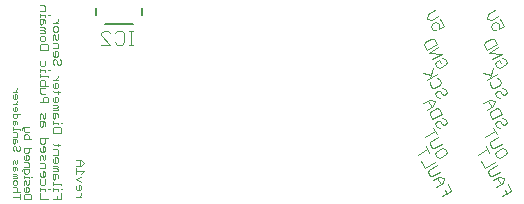
<source format=gbr>
G04 EAGLE Gerber RS-274X export*
G75*
%MOMM*%
%FSLAX34Y34*%
%LPD*%
%INSilkscreen Bottom*%
%IPPOS*%
%AMOC8*
5,1,8,0,0,1.08239X$1,22.5*%
G01*
%ADD10C,0.050800*%
%ADD11C,0.076200*%
%ADD12C,0.203200*%
%ADD13C,0.101600*%


D10*
X108759Y12954D02*
X115877Y12954D01*
X115877Y17699D01*
X112318Y15327D02*
X112318Y12954D01*
X113504Y19970D02*
X113504Y21157D01*
X108759Y21157D01*
X108759Y22343D02*
X108759Y19970D01*
X115877Y21157D02*
X117063Y21157D01*
X115877Y24648D02*
X115877Y25834D01*
X108759Y25834D01*
X108759Y24648D02*
X108759Y27021D01*
X113504Y30512D02*
X113504Y32885D01*
X112318Y34071D01*
X108759Y34071D01*
X108759Y30512D01*
X109945Y29326D01*
X111132Y30512D01*
X111132Y34071D01*
X113504Y36342D02*
X108759Y36342D01*
X113504Y36342D02*
X113504Y37528D01*
X112318Y38715D01*
X108759Y38715D01*
X112318Y38715D02*
X113504Y39901D01*
X112318Y41087D01*
X108759Y41087D01*
X108759Y44545D02*
X108759Y46917D01*
X108759Y44545D02*
X109945Y43358D01*
X112318Y43358D01*
X113504Y44545D01*
X113504Y46917D01*
X112318Y48104D01*
X111132Y48104D01*
X111132Y43358D01*
X108759Y50375D02*
X113504Y50375D01*
X113504Y53934D01*
X112318Y55120D01*
X108759Y55120D01*
X109945Y58577D02*
X114691Y58577D01*
X109945Y58577D02*
X108759Y59764D01*
X113504Y59764D02*
X113504Y57391D01*
X115877Y69085D02*
X108759Y69085D01*
X108759Y72644D01*
X109945Y73830D01*
X114691Y73830D01*
X115877Y72644D01*
X115877Y69085D01*
X113504Y76101D02*
X113504Y77288D01*
X108759Y77288D01*
X108759Y78474D02*
X108759Y76101D01*
X115877Y77288D02*
X117063Y77288D01*
X113504Y81965D02*
X113504Y84338D01*
X112318Y85524D01*
X108759Y85524D01*
X108759Y81965D01*
X109945Y80779D01*
X111132Y81965D01*
X111132Y85524D01*
X113504Y87795D02*
X108759Y87795D01*
X113504Y87795D02*
X113504Y88982D01*
X112318Y90168D01*
X108759Y90168D01*
X112318Y90168D02*
X113504Y91354D01*
X112318Y92541D01*
X108759Y92541D01*
X108759Y95998D02*
X108759Y98371D01*
X108759Y95998D02*
X109945Y94812D01*
X112318Y94812D01*
X113504Y95998D01*
X113504Y98371D01*
X112318Y99557D01*
X111132Y99557D01*
X111132Y94812D01*
X109945Y103014D02*
X114691Y103014D01*
X109945Y103014D02*
X108759Y104201D01*
X113504Y104201D02*
X113504Y101828D01*
X108759Y107692D02*
X108759Y110065D01*
X108759Y107692D02*
X109945Y106506D01*
X112318Y106506D01*
X113504Y107692D01*
X113504Y110065D01*
X112318Y111251D01*
X111132Y111251D01*
X111132Y106506D01*
X108759Y113522D02*
X113504Y113522D01*
X111132Y113522D02*
X113504Y115895D01*
X113504Y117081D01*
X115877Y129944D02*
X114691Y131131D01*
X115877Y129944D02*
X115877Y127572D01*
X114691Y126385D01*
X113504Y126385D01*
X112318Y127572D01*
X112318Y129944D01*
X111132Y131131D01*
X109945Y131131D01*
X108759Y129944D01*
X108759Y127572D01*
X109945Y126385D01*
X108759Y134588D02*
X108759Y136961D01*
X108759Y134588D02*
X109945Y133402D01*
X112318Y133402D01*
X113504Y134588D01*
X113504Y136961D01*
X112318Y138147D01*
X111132Y138147D01*
X111132Y133402D01*
X108759Y140418D02*
X113504Y140418D01*
X113504Y143977D01*
X112318Y145164D01*
X108759Y145164D01*
X108759Y147435D02*
X108759Y150994D01*
X109945Y152180D01*
X111132Y150994D01*
X111132Y148621D01*
X112318Y147435D01*
X113504Y148621D01*
X113504Y152180D01*
X108759Y155637D02*
X108759Y158010D01*
X109945Y159196D01*
X112318Y159196D01*
X113504Y158010D01*
X113504Y155637D01*
X112318Y154451D01*
X109945Y154451D01*
X108759Y155637D01*
X108759Y161467D02*
X113504Y161467D01*
X111132Y161467D02*
X113504Y163840D01*
X113504Y165026D01*
X90476Y12954D02*
X84629Y12954D01*
X84629Y15877D01*
X85603Y16852D01*
X89501Y16852D01*
X90476Y15877D01*
X90476Y12954D01*
X84629Y19775D02*
X84629Y21724D01*
X84629Y19775D02*
X85603Y18801D01*
X87552Y18801D01*
X88527Y19775D01*
X88527Y21724D01*
X87552Y22699D01*
X86578Y22699D01*
X86578Y18801D01*
X84629Y24648D02*
X84629Y27571D01*
X85603Y28546D01*
X86578Y27571D01*
X86578Y25622D01*
X87552Y24648D01*
X88527Y25622D01*
X88527Y28546D01*
X88527Y30495D02*
X88527Y31469D01*
X84629Y31469D01*
X84629Y30495D02*
X84629Y32444D01*
X90476Y31469D02*
X91450Y31469D01*
X82680Y36342D02*
X82680Y37316D01*
X83655Y38291D01*
X88527Y38291D01*
X88527Y35367D01*
X87552Y34393D01*
X85603Y34393D01*
X84629Y35367D01*
X84629Y38291D01*
X84629Y40240D02*
X88527Y40240D01*
X88527Y43163D01*
X87552Y44138D01*
X84629Y44138D01*
X84629Y47061D02*
X84629Y49010D01*
X84629Y47061D02*
X85603Y46087D01*
X87552Y46087D01*
X88527Y47061D01*
X88527Y49010D01*
X87552Y49985D01*
X86578Y49985D01*
X86578Y46087D01*
X84629Y55832D02*
X90476Y55832D01*
X84629Y55832D02*
X84629Y52908D01*
X85603Y51934D01*
X87552Y51934D01*
X88527Y52908D01*
X88527Y55832D01*
X90476Y63628D02*
X84629Y63628D01*
X84629Y66551D01*
X85603Y67526D01*
X87552Y67526D01*
X88527Y66551D01*
X88527Y63628D01*
X88527Y69475D02*
X85603Y69475D01*
X84629Y70449D01*
X84629Y73373D01*
X83655Y73373D02*
X88527Y73373D01*
X83655Y73373D02*
X82680Y72398D01*
X82680Y71424D01*
X80951Y14903D02*
X75104Y14903D01*
X80951Y12954D02*
X80951Y16852D01*
X80951Y18801D02*
X75104Y18801D01*
X78027Y18801D02*
X79002Y19775D01*
X79002Y21724D01*
X78027Y22699D01*
X75104Y22699D01*
X75104Y25622D02*
X75104Y27571D01*
X76078Y28546D01*
X78027Y28546D01*
X79002Y27571D01*
X79002Y25622D01*
X78027Y24648D01*
X76078Y24648D01*
X75104Y25622D01*
X75104Y30495D02*
X79002Y30495D01*
X79002Y31469D01*
X78027Y32444D01*
X75104Y32444D01*
X78027Y32444D02*
X79002Y33418D01*
X78027Y34393D01*
X75104Y34393D01*
X79002Y37316D02*
X79002Y39265D01*
X78027Y40240D01*
X75104Y40240D01*
X75104Y37316D01*
X76078Y36342D01*
X77053Y37316D01*
X77053Y40240D01*
X75104Y42189D02*
X75104Y45112D01*
X76078Y46087D01*
X77053Y45112D01*
X77053Y43163D01*
X78027Y42189D01*
X79002Y43163D01*
X79002Y46087D01*
X80951Y56806D02*
X79976Y57781D01*
X80951Y56806D02*
X80951Y54857D01*
X79976Y53883D01*
X79002Y53883D01*
X78027Y54857D01*
X78027Y56806D01*
X77053Y57781D01*
X76078Y57781D01*
X75104Y56806D01*
X75104Y54857D01*
X76078Y53883D01*
X79002Y60704D02*
X79002Y62653D01*
X78027Y63628D01*
X75104Y63628D01*
X75104Y60704D01*
X76078Y59730D01*
X77053Y60704D01*
X77053Y63628D01*
X75104Y65577D02*
X79002Y65577D01*
X79002Y68500D01*
X78027Y69475D01*
X75104Y69475D01*
X80951Y71424D02*
X80951Y72398D01*
X75104Y72398D01*
X75104Y71424D02*
X75104Y73373D01*
X79002Y76296D02*
X79002Y78245D01*
X78027Y79220D01*
X75104Y79220D01*
X75104Y76296D01*
X76078Y75322D01*
X77053Y76296D01*
X77053Y79220D01*
X75104Y85067D02*
X80951Y85067D01*
X75104Y85067D02*
X75104Y82143D01*
X76078Y81169D01*
X78027Y81169D01*
X79002Y82143D01*
X79002Y85067D01*
X75104Y87990D02*
X75104Y89939D01*
X75104Y87990D02*
X76078Y87016D01*
X78027Y87016D01*
X79002Y87990D01*
X79002Y89939D01*
X78027Y90914D01*
X77053Y90914D01*
X77053Y87016D01*
X75104Y92863D02*
X79002Y92863D01*
X77053Y92863D02*
X79002Y94812D01*
X79002Y95786D01*
X75104Y98710D02*
X75104Y100659D01*
X75104Y98710D02*
X76078Y97735D01*
X78027Y97735D01*
X79002Y98710D01*
X79002Y100659D01*
X78027Y101633D01*
X77053Y101633D01*
X77053Y97735D01*
X75104Y103582D02*
X79002Y103582D01*
X77053Y103582D02*
X79002Y105531D01*
X79002Y106505D01*
X97964Y12954D02*
X105082Y12954D01*
X97964Y12954D02*
X97964Y17699D01*
X102709Y19970D02*
X102709Y21157D01*
X97964Y21157D01*
X97964Y22343D02*
X97964Y19970D01*
X105082Y21157D02*
X106268Y21157D01*
X102709Y25834D02*
X102709Y29393D01*
X102709Y25834D02*
X101523Y24648D01*
X99150Y24648D01*
X97964Y25834D01*
X97964Y29393D01*
X97964Y32851D02*
X97964Y35223D01*
X97964Y32851D02*
X99150Y31664D01*
X101523Y31664D01*
X102709Y32851D01*
X102709Y35223D01*
X101523Y36410D01*
X100337Y36410D01*
X100337Y31664D01*
X97964Y38681D02*
X102709Y38681D01*
X102709Y42240D01*
X101523Y43426D01*
X97964Y43426D01*
X97964Y45697D02*
X97964Y49256D01*
X99150Y50442D01*
X100337Y49256D01*
X100337Y46883D01*
X101523Y45697D01*
X102709Y46883D01*
X102709Y50442D01*
X97964Y53900D02*
X97964Y56273D01*
X97964Y53900D02*
X99150Y52713D01*
X101523Y52713D01*
X102709Y53900D01*
X102709Y56273D01*
X101523Y57459D01*
X100337Y57459D01*
X100337Y52713D01*
X97964Y64475D02*
X105082Y64475D01*
X97964Y64475D02*
X97964Y60916D01*
X99150Y59730D01*
X101523Y59730D01*
X102709Y60916D01*
X102709Y64475D01*
X102709Y74949D02*
X102709Y77322D01*
X101523Y78508D01*
X97964Y78508D01*
X97964Y74949D01*
X99150Y73763D01*
X100337Y74949D01*
X100337Y78508D01*
X97964Y80779D02*
X97964Y84338D01*
X99150Y85524D01*
X100337Y84338D01*
X100337Y81965D01*
X101523Y80779D01*
X102709Y81965D01*
X102709Y85524D01*
X105082Y94812D02*
X97964Y94812D01*
X105082Y94812D02*
X105082Y98371D01*
X103896Y99557D01*
X101523Y99557D01*
X100337Y98371D01*
X100337Y94812D01*
X99150Y101828D02*
X102709Y101828D01*
X99150Y101828D02*
X97964Y103014D01*
X97964Y106573D01*
X102709Y106573D01*
X105082Y108844D02*
X97964Y108844D01*
X97964Y112404D01*
X99150Y113590D01*
X101523Y113590D01*
X102709Y112404D01*
X102709Y108844D01*
X105082Y115861D02*
X105082Y117047D01*
X97964Y117047D01*
X97964Y115861D02*
X97964Y118234D01*
X102709Y120538D02*
X102709Y121725D01*
X97964Y121725D01*
X97964Y122911D02*
X97964Y120538D01*
X105082Y121725D02*
X106268Y121725D01*
X102709Y126402D02*
X102709Y129961D01*
X102709Y126402D02*
X101523Y125216D01*
X99150Y125216D01*
X97964Y126402D01*
X97964Y129961D01*
X97964Y139249D02*
X105082Y139249D01*
X97964Y139249D02*
X97964Y142808D01*
X99150Y143994D01*
X103896Y143994D01*
X105082Y142808D01*
X105082Y139249D01*
X97964Y147452D02*
X97964Y149824D01*
X99150Y151011D01*
X101523Y151011D01*
X102709Y149824D01*
X102709Y147452D01*
X101523Y146265D01*
X99150Y146265D01*
X97964Y147452D01*
X97964Y153282D02*
X102709Y153282D01*
X102709Y154468D01*
X101523Y155654D01*
X97964Y155654D01*
X101523Y155654D02*
X102709Y156841D01*
X101523Y158027D01*
X97964Y158027D01*
X102709Y161484D02*
X102709Y163857D01*
X101523Y165043D01*
X97964Y165043D01*
X97964Y161484D01*
X99150Y160298D01*
X100337Y161484D01*
X100337Y165043D01*
X102709Y167314D02*
X102709Y168501D01*
X97964Y168501D01*
X97964Y169687D02*
X97964Y167314D01*
X105082Y168501D02*
X106268Y168501D01*
X102709Y171992D02*
X97964Y171992D01*
X102709Y171992D02*
X102709Y175551D01*
X101523Y176737D01*
X97964Y176737D01*
D11*
X487750Y164879D02*
X490885Y159448D01*
X486812Y157097D01*
X486602Y160596D01*
X485819Y161954D01*
X483677Y162528D01*
X480962Y160960D01*
X480388Y158818D01*
X481956Y156103D01*
X484097Y155529D01*
X480777Y164415D02*
X486208Y167550D01*
X480777Y164415D02*
X476494Y165563D01*
X477642Y169845D01*
X483072Y172981D01*
X489567Y132345D02*
X491709Y131771D01*
X493277Y129056D01*
X492703Y126915D01*
X487272Y123779D01*
X485131Y124353D01*
X483563Y127068D01*
X484137Y129210D01*
X486852Y130778D01*
X488420Y128062D01*
X481237Y131097D02*
X489383Y135800D01*
X478102Y136528D01*
X486247Y141231D01*
X484705Y143902D02*
X476559Y139199D01*
X474208Y143272D01*
X474782Y145413D01*
X480212Y148549D01*
X482354Y147975D01*
X484705Y143902D01*
X491709Y55571D02*
X493277Y52856D01*
X492703Y50715D01*
X487272Y47579D01*
X485131Y48153D01*
X483563Y50868D01*
X484137Y53010D01*
X489567Y56145D01*
X491709Y55571D01*
X489383Y59600D02*
X482595Y55681D01*
X480453Y56255D01*
X478885Y58970D01*
X479459Y61112D01*
X486247Y65031D01*
X483138Y70417D02*
X474992Y65714D01*
X484705Y67702D02*
X481570Y73133D01*
X497235Y19748D02*
X489089Y15045D01*
X497235Y19748D02*
X494100Y25179D01*
X491595Y20112D02*
X493162Y17397D01*
X489842Y26283D02*
X484412Y23147D01*
X489842Y26283D02*
X490990Y30566D01*
X486707Y31713D01*
X481277Y28578D01*
X485349Y30929D02*
X488485Y25499D01*
X481092Y32033D02*
X487880Y35952D01*
X481092Y32033D02*
X478950Y32607D01*
X477383Y35322D01*
X477957Y37463D01*
X484745Y41383D01*
X483203Y44054D02*
X475057Y39351D01*
X471921Y44781D01*
X468811Y50168D02*
X476957Y54871D01*
X475390Y57586D02*
X478525Y52156D01*
X491709Y106371D02*
X489567Y106945D01*
X491709Y106371D02*
X493277Y103656D01*
X492703Y101515D01*
X491345Y100731D01*
X489204Y101305D01*
X487636Y104020D01*
X485494Y104594D01*
X484137Y103810D01*
X483563Y101668D01*
X485131Y98953D01*
X487272Y98379D01*
X487031Y114473D02*
X484890Y115047D01*
X487031Y114473D02*
X488599Y111758D01*
X488025Y109616D01*
X482595Y106481D01*
X480453Y107055D01*
X478885Y109770D01*
X479459Y111912D01*
X476559Y113799D02*
X484705Y118502D01*
X479275Y115367D02*
X481570Y123933D01*
X479848Y117508D02*
X473424Y119230D01*
X489567Y81545D02*
X491709Y80971D01*
X493277Y78256D01*
X492703Y76115D01*
X491345Y75331D01*
X489204Y75905D01*
X487636Y78620D01*
X485494Y79194D01*
X484137Y78410D01*
X483563Y76268D01*
X485131Y73553D01*
X487272Y72979D01*
X481237Y80297D02*
X489383Y85000D01*
X481237Y80297D02*
X478885Y84370D01*
X479459Y86512D01*
X484890Y89647D01*
X487031Y89073D01*
X489383Y85000D01*
X481990Y91534D02*
X476559Y88399D01*
X481990Y91534D02*
X483138Y95817D01*
X478855Y96965D01*
X473424Y93830D01*
X477497Y96181D02*
X480632Y90751D01*
D10*
X133189Y14224D02*
X128444Y14224D01*
X130817Y14224D02*
X133189Y16597D01*
X133189Y17783D01*
X128444Y21257D02*
X128444Y23630D01*
X128444Y21257D02*
X129630Y20071D01*
X132003Y20071D01*
X133189Y21257D01*
X133189Y23630D01*
X132003Y24816D01*
X130817Y24816D01*
X130817Y20071D01*
X133189Y27087D02*
X128444Y29460D01*
X133189Y31833D01*
X133189Y34104D02*
X135562Y36476D01*
X128444Y36476D01*
X128444Y34104D02*
X128444Y38849D01*
X128444Y41120D02*
X133189Y41120D01*
X135562Y43493D01*
X133189Y45865D01*
X128444Y45865D01*
X132003Y45865D02*
X132003Y41120D01*
D11*
X436950Y164879D02*
X440085Y159448D01*
X436012Y157097D01*
X435802Y160596D01*
X435019Y161954D01*
X432877Y162528D01*
X430162Y160960D01*
X429588Y158818D01*
X431156Y156103D01*
X433297Y155529D01*
X429977Y164415D02*
X435408Y167550D01*
X429977Y164415D02*
X425694Y165563D01*
X426842Y169845D01*
X432272Y172981D01*
X438767Y132345D02*
X440909Y131771D01*
X442477Y129056D01*
X441903Y126915D01*
X436472Y123779D01*
X434331Y124353D01*
X432763Y127068D01*
X433337Y129210D01*
X436052Y130778D01*
X437620Y128062D01*
X430437Y131097D02*
X438583Y135800D01*
X427302Y136528D01*
X435447Y141231D01*
X433905Y143902D02*
X425759Y139199D01*
X423408Y143272D01*
X423982Y145413D01*
X429412Y148549D01*
X431554Y147975D01*
X433905Y143902D01*
X440909Y55571D02*
X442477Y52856D01*
X441903Y50715D01*
X436472Y47579D01*
X434331Y48153D01*
X432763Y50868D01*
X433337Y53010D01*
X438767Y56145D01*
X440909Y55571D01*
X438583Y59600D02*
X431795Y55681D01*
X429653Y56255D01*
X428085Y58970D01*
X428659Y61112D01*
X435447Y65031D01*
X432338Y70417D02*
X424192Y65714D01*
X433905Y67702D02*
X430770Y73133D01*
X446435Y19748D02*
X438289Y15045D01*
X446435Y19748D02*
X443300Y25179D01*
X440795Y20112D02*
X442362Y17397D01*
X439042Y26283D02*
X433612Y23147D01*
X439042Y26283D02*
X440190Y30566D01*
X435907Y31713D01*
X430477Y28578D01*
X434549Y30929D02*
X437685Y25499D01*
X430292Y32033D02*
X437080Y35952D01*
X430292Y32033D02*
X428150Y32607D01*
X426583Y35322D01*
X427157Y37463D01*
X433945Y41383D01*
X432403Y44054D02*
X424257Y39351D01*
X421121Y44781D01*
X418011Y50168D02*
X426157Y54871D01*
X424590Y57586D02*
X427725Y52156D01*
X440909Y106371D02*
X438767Y106945D01*
X440909Y106371D02*
X442477Y103656D01*
X441903Y101515D01*
X440545Y100731D01*
X438404Y101305D01*
X436836Y104020D01*
X434694Y104594D01*
X433337Y103810D01*
X432763Y101668D01*
X434331Y98953D01*
X436472Y98379D01*
X436231Y114473D02*
X434090Y115047D01*
X436231Y114473D02*
X437799Y111758D01*
X437225Y109616D01*
X431795Y106481D01*
X429653Y107055D01*
X428085Y109770D01*
X428659Y111912D01*
X425759Y113799D02*
X433905Y118502D01*
X428475Y115367D02*
X430770Y123933D01*
X429048Y117508D02*
X422624Y119230D01*
X438767Y81545D02*
X440909Y80971D01*
X442477Y78256D01*
X441903Y76115D01*
X440545Y75331D01*
X438404Y75905D01*
X436836Y78620D01*
X434694Y79194D01*
X433337Y78410D01*
X432763Y76268D01*
X434331Y73553D01*
X436472Y72979D01*
X430437Y80297D02*
X438583Y85000D01*
X430437Y80297D02*
X428085Y84370D01*
X428659Y86512D01*
X434090Y89647D01*
X436231Y89073D01*
X438583Y85000D01*
X431190Y91534D02*
X425759Y88399D01*
X431190Y91534D02*
X432338Y95817D01*
X428055Y96965D01*
X422624Y93830D01*
X426697Y96181D02*
X429832Y90751D01*
D12*
X184600Y169000D02*
X184600Y174350D01*
X176700Y161100D02*
X153500Y161100D01*
X145600Y169000D02*
X145600Y174350D01*
D13*
X173394Y143621D02*
X177292Y143621D01*
X175343Y143621D02*
X175343Y155314D01*
X177292Y155314D02*
X173394Y155314D01*
X163649Y155314D02*
X161700Y153365D01*
X163649Y155314D02*
X167547Y155314D01*
X169496Y153365D01*
X169496Y145569D01*
X167547Y143621D01*
X163649Y143621D01*
X161700Y145569D01*
X157802Y143621D02*
X150006Y143621D01*
X150006Y151416D02*
X157802Y143621D01*
X150006Y151416D02*
X150006Y153365D01*
X151955Y155314D01*
X155853Y155314D01*
X157802Y153365D01*
M02*

</source>
